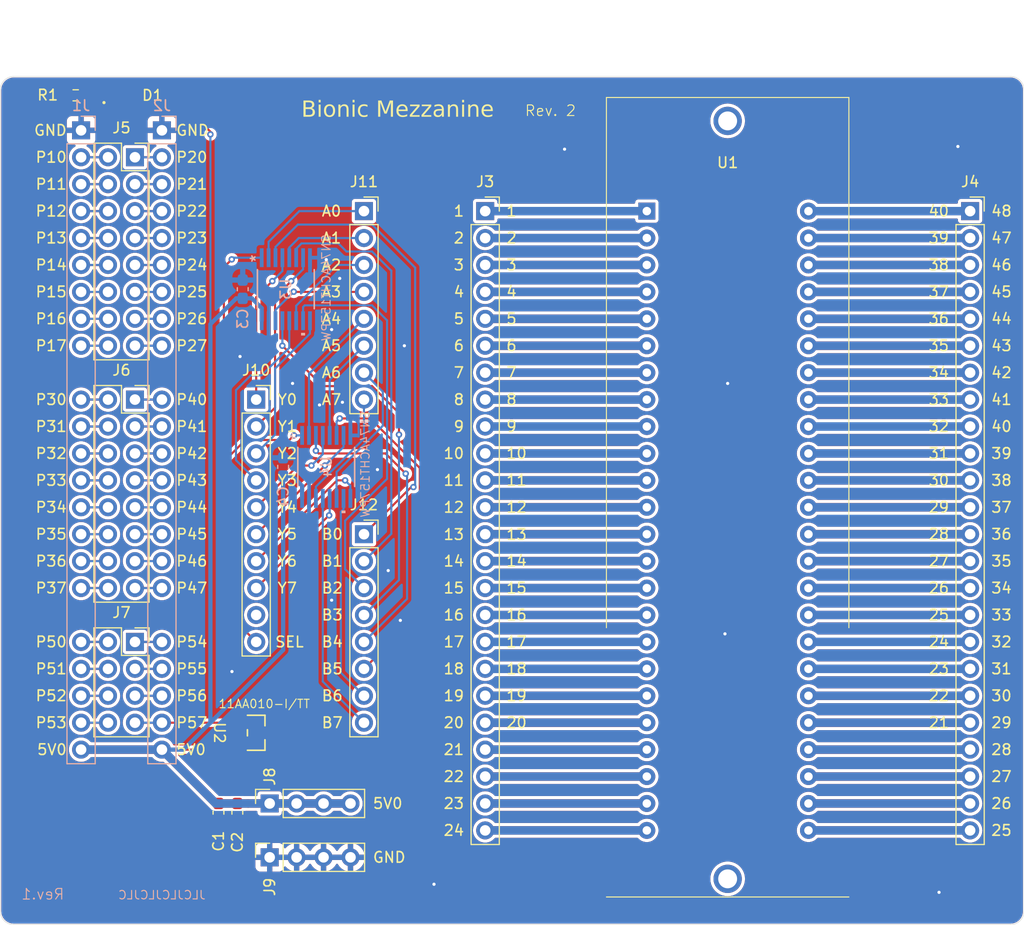
<source format=kicad_pcb>
(kicad_pcb (version 20240108) (generator "pcbnew") (generator_version "8.0")
  (title_block (title "BionicMezzanine") (date "2025-03-02") (rev "2"))
  (layers (0 "F.Cu" signal) (31 "B.Cu" signal) (34 "B.Paste" user) (35 "F.Paste" user) (36 "B.SilkS" user "B.Silkscreen") (37 "F.SilkS" user "F.Silkscreen") (38 "B.Mask" user) (39 "F.Mask" user) (44 "Edge.Cuts" user))
  (net 0 "")
  (net 1 "GND")
  (net 2 "VCC")
  (net 3 "Net-(D1-K)")
  (net 4 "Net-(J1-P51)")
  (net 5 "Net-(J1-P14)")
  (net 6 "Net-(J1-P15)")
  (net 7 "Net-(J1-P10)")
  (net 8 "Net-(J1-P31)")
  (net 9 "Net-(J1-P30)")
  (net 10 "Net-(J1-P36)")
  (net 11 "Net-(J1-P52)")
  (net 12 "Net-(J1-P53)")
  (net 13 "Net-(J1-P12)")
  (net 14 "Net-(J1-P11)")
  (net 15 "Net-(J1-P33)")
  (net 16 "Net-(J1-P50)")
  (net 17 "Net-(J1-P32)")
  (net 18 "Net-(J1-P37)")
  (net 19 "Net-(J1-P17)")
  (net 20 "Net-(J1-P16)")
  (net 21 "Net-(J1-P35)")
  (net 22 "Net-(J1-P34)")
  (net 23 "Net-(J1-P13)")
  (net 24 "/P27")
  (net 25 "/P23")
  (net 26 "/P45")
  (net 27 "/P56")
  (net 28 "/P54")
  (net 29 "/P26")
  (net 30 "/P20")
  (net 31 "/P47")
  (net 32 "/P43")
  (net 33 "/P24")
  (net 34 "/P55")
  (net 35 "/P42")
  (net 36 "/P40")
  (net 37 "/P21")
  (net 38 "/P44")
  (net 39 "/P22")
  (net 40 "/P25")
  (net 41 "/P41")
  (net 42 "/P46")
  (net 43 "/P57")
  (net 44 "Net-(J3-Pin_24)")
  (net 45 "Net-(J3-Pin_3)")
  (net 46 "Net-(J3-Pin_11)")
  (net 47 "Net-(J3-Pin_21)")
  (net 48 "Net-(J3-Pin_10)")
  (net 49 "Net-(J3-Pin_14)")
  (net 50 "Net-(J3-Pin_8)")
  (net 51 "Net-(J3-Pin_1)")
  (net 52 "Net-(J3-Pin_5)")
  (net 53 "Net-(J3-Pin_16)")
  (net 54 "Net-(J3-Pin_6)")
  (net 55 "Net-(J3-Pin_13)")
  (net 56 "Net-(J3-Pin_18)")
  (net 57 "Net-(J3-Pin_17)")
  (net 58 "Net-(J3-Pin_15)")
  (net 59 "Net-(J3-Pin_2)")
  (net 60 "Net-(J3-Pin_7)")
  (net 61 "Net-(J3-Pin_20)")
  (net 62 "Net-(J3-Pin_9)")
  (net 63 "Net-(J3-Pin_19)")
  (net 64 "Net-(J3-Pin_23)")
  (net 65 "Net-(J3-Pin_12)")
  (net 66 "Net-(J3-Pin_22)")
  (net 67 "Net-(J3-Pin_4)")
  (net 68 "Net-(J4-Pin_17)")
  (net 69 "Net-(J4-Pin_2)")
  (net 70 "Net-(J4-Pin_3)")
  (net 71 "Net-(J4-Pin_1)")
  (net 72 "Net-(J4-Pin_7)")
  (net 73 "Net-(J4-Pin_19)")
  (net 74 "Net-(J4-Pin_12)")
  (net 75 "Net-(J4-Pin_10)")
  (net 76 "Net-(J4-Pin_13)")
  (net 77 "Net-(J4-Pin_21)")
  (net 78 "Net-(J4-Pin_23)")
  (net 79 "Net-(J4-Pin_14)")
  (net 80 "Net-(J4-Pin_4)")
  (net 81 "Net-(J4-Pin_22)")
  (net 82 "Net-(J4-Pin_8)")
  (net 83 "Net-(J4-Pin_18)")
  (net 84 "Net-(J4-Pin_11)")
  (net 85 "Net-(J4-Pin_24)")
  (net 86 "Net-(J4-Pin_5)")
  (net 87 "Net-(J4-Pin_20)")
  (net 88 "Net-(J4-Pin_15)")
  (net 89 "Net-(J4-Pin_9)")
  (net 90 "Net-(J4-Pin_6)")
  (net 91 "Net-(J4-Pin_16)")
  (net 92 "Net-(J10-Pin_10)")
  (net 94 "Net-(J10-Pin_8)")
  (net 95 "/A.6")
  (net 96 "Net-(J11-Pin_1)")
  (net 97 "/A.5")
  (net 98 "/A.7")
  (net 99 "/A.4")
  (net 100 "Net-(J12-Pin_7)")
  (net 101 "Net-(J12-Pin_5)")
  (net 102 "Net-(J12-Pin_6)")
  (net 103 "Net-(J12-Pin_8)")
  (net 104 "/B.1")
  (net 105 "/B.0")
  (net 106 "Net-(J10-Pin_3)")
  (net 107 "Net-(J10-Pin_4)")
  (net 108 "Net-(J10-Pin_1)")
  (net 109 "Net-(J10-Pin_6)")
  (net 110 "Net-(J10-Pin_2)")
  (net 111 "Net-(J10-Pin_7)")
  (net 112 "Net-(J10-Pin_5)")
  (net 113 "/B.2")
  (net 114 "/B.3")
  (net 115 "Net-(J11-Pin_2)")
  (net 116 "Net-(J11-Pin_4)")
  (net 117 "Net-(J11-Pin_3)")
  (footprint "Capacitor_SMD:C_0603_1608Metric_Pad1.08x0.95mm_HandSolder" (layer "F.Cu") (at 84.074 102.4625 -90)
    (property "Reference" "C1")
    (property "Value" "0.1u")
  )
  (footprint "Connector_PinSocket_2.54mm:PinSocket_1x24_P2.54mm_Vertical" (layer "F.Cu") (at 154.94 45.72)
    (property "Reference" "J4")
    (property "Value" "Conn_01x24")
  )
  (footprint "Connector_PinSocket_2.54mm:PinSocket_1x04_P2.54mm_Vertical" (layer "F.Cu") (at 88.9 106.68 90)
    (property "Reference" "J9")
    (property "Value" "GND")
  )
  (footprint "Connector_PinSocket_2.54mm:PinSocket_2x04_P2.54mm_Vertical" (layer "F.Cu") (at 76.2 86.36)
    (property "Reference" "J7")
    (property "Value" "P5")
  )
  (footprint "Connector_PinSocket_2.54mm:PinSocket_1x04_P2.54mm_Vertical" (layer "F.Cu") (at 88.9 101.6 90)
    (property "Reference" "J8")
    (property "Value" "5V0")
  )
  (footprint "Connector_PinSocket_2.54mm:PinSocket_1x10_P2.54mm_Vertical" (layer "F.Cu") (at 87.63 63.5)
    (property "Reference" "J10")
    (property "Value" "Y0-7")
  )
  (footprint "Capacitor_SMD:C_0603_1608Metric_Pad1.08x0.95mm_HandSolder" (layer "F.Cu") (at 85.852 102.4625 -90)
    (property "Reference" "C2")
    (property "Value" "2.2u")
  )
  (footprint "Connector_PinSocket_2.54mm:PinSocket_1x08_P2.54mm_Vertical" (layer "F.Cu") (at 97.79 45.72)
    (property "Reference" "J11")
    (property "Value" "A0-7")
  )
  (footprint "Connector_PinSocket_2.54mm:PinSocket_1x24_P2.54mm_Vertical" (layer "F.Cu") (at 109.22 45.72)
    (property "Reference" "J3")
    (property "Value" "Conn_01x24")
  )
  (footprint "rhom:LED_CSL1901UW1_ROM-M" (layer "F.Cu") (at 74.93 34.798)
    (property "Reference" "D1")
    (property "Value" "CSL1901UW1")
  )
  (footprint "bionic:Aries_ZIF_socket_DIP-48-pin" (layer "F.Cu") (at 132.08 59.69)
    (property "Reference" "U1")
    (property "Value" "CPU" (hide yes))
  )
  (footprint "Connector_PinSocket_2.54mm:PinSocket_2x08_P2.54mm_Vertical" (layer "F.Cu") (at 76.2 63.5)
    (property "Reference" "J6")
    (property "Value" "P3P4")
  )
  (footprint "microchip:SOT-23_MC_MCH-M" (layer "F.Cu") (at 87.63 94.930001 -90)
    (property "Reference" "U2")
    (property "Value" "11AA010-I/TT")
  )
  (footprint "Connector_PinSocket_2.54mm:PinSocket_2x08_P2.54mm_Vertical" (layer "F.Cu") (at 76.2 40.64)
    (property "Reference" "J5")
    (property "Value" "P1P2")
  )
  (footprint "Resistor_SMD:R_0603_1608Metric_Pad0.98x0.95mm_HandSolder" (layer "F.Cu") (at 70.612 34.798 180)
    (property "Reference" "R1")
    (property "Value" "1.6k")
  )
  (footprint "Connector_PinSocket_2.54mm:PinSocket_1x08_P2.54mm_Vertical" (layer "F.Cu") (at 97.79 76.2)
    (property "Reference" "J12")
    (property "Value" "B0-7")
  )
  (footprint "ti:PW16-M" (layer "B.Cu") (at 94.234 69.85 -90)
    (property "Reference" "U4")
    (property "Value" "74AHCT157")
  )
  (footprint "bionic:Bionic-P135_THT" (layer "B.Cu") (at 71.12 38.1 180)
    (property "Reference" "J1")
    (property "Value" "Bionic-P135")
  )
  (footprint "ti:PW16-M" (layer "B.Cu") (at 90.424 53.086 -90)
    (property "Reference" "U3")
    (property "Value" "74AHCT157")
  )
  (footprint "bionic:Bionic-P245_THT" (layer "B.Cu") (at 78.74 38.1 180)
    (property "Reference" "J2")
    (property "Value" "Bionic-P245")
  )
  (footprint "Capacitor_SMD:C_0603_1608Metric_Pad1.08x0.95mm_HandSolder" (layer "B.Cu") (at 90.17 69.85 90)
    (property "Reference" "C4")
    (property "Value" "0.1u")
  )
  (footprint "Capacitor_SMD:C_0603_1608Metric_Pad1.08x0.95mm_HandSolder" (layer "B.Cu") (at 86.36 53.086 90)
    (property "Reference" "C3")
    (property "Value" "0.1u")
  )
  (gr_arc (start 63.5 34.29) (mid 63.871974 33.391974) (end 64.77 33.02) (stroke (width 0.05)) (layer "Edge.Cuts"))
  (gr_arc (start 160.02 111.76) (mid 159.648026 112.658026) (end 158.75 113.03) (stroke (width 0.05)) (layer "Edge.Cuts"))
  (gr_line (start 158.75 113.03) (end 64.77 113.03) (stroke (width 0.05)) (layer "Edge.Cuts"))
  (gr_line (start 63.5 111.76) (end 63.5 34.29) (stroke (width 0.05)) (layer "Edge.Cuts"))
  (gr_arc (start 64.77 113.03) (mid 63.871974 112.658026) (end 63.5 111.76) (stroke (width 0.05)) (layer "Edge.Cuts"))
  (gr_line (start 160.02 111.76) (end 160.02 34.29) (stroke (width 0.05)) (layer "Edge.Cuts"))
  (gr_arc (start 158.75 33.02) (mid 159.648026 33.391974) (end 160.02 34.29) (stroke (width 0.05)) (layer "Edge.Cuts"))
  (gr_line (start 64.77 33.02) (end 158.75 33.02) (stroke (width 0.05)) (layer "Edge.Cuts"))
  (gr_text "SN74ACHT157PW" (at 97.917 69.596 90) (layer "B.SilkS") (effects (font (size 0.8 0.8) (thickness 0.1)) (justify mirror)))
  (gr_text "JLCJLCJLCJLC" (at 78.74 110.236 -0) (layer "B.SilkS") (effects (font (size 0.8 0.8) (thickness 0.1)) (justify mirror)))
  (gr_text "Rev.1" (at 69.596 110.744 -0) (layer "B.SilkS") (effects (font (size 1 1) (thickness 0.1)) (justify left bottom mirror)))
  (gr_text "SN74ACHT157PW" (at 94.234 52.959 90) (layer "B.SilkS") (effects (font (size 0.8 0.8) (thickness 0.1)) (justify mirror)))
  (gr_text "4" (at 107.315 53.34 0) (layer "F.SilkS") (effects (font (size 1 1)) (justify right)))
  (gr_text "4" (at 111.125 53.34 0) (layer "F.SilkS") (effects (font (size 1 1)) (justify left)))
  (gr_text "29" (at 156.845 93.98 0) (layer "F.SilkS") (effects (font (size 1 1)) (justify left)))
  (gr_text "36" (at 153.035 55.88 0) (layer "F.SilkS") (effects (font (size 1 1)) (justify right)))
  (gr_text "P32" (at 69.85 68.58 0) (layer "F.SilkS") (effects (font (size 1 1)) (justify right)))
  (gr_text "P40" (at 80.01 63.5 0) (layer "F.SilkS") (effects (font (size 1 1)) (justify left)))
  (gr_text "P44" (at 80.01 73.66 0) (layer "F.SilkS") (effects (font (size 1 1)) (justify left)))
  (gr_text "6" (at 111.125 58.42 0) (layer "F.SilkS") (effects (font (size 1 1)) (justify left)))
  (gr_text "Y7" (at 91.567 81.28 0) (layer "F.SilkS") (effects (font (size 1 1)) (justify right)))
  (gr_text "P26" (at 80.01 55.88 0) (layer "F.SilkS") (effects (font (size 1 1)) (justify left)))
  (gr_text "8" (at 107.315 63.5 0) (layer "F.SilkS") (effects (font (size 1 1)) (justify right)))
  (gr_text "26" (at 153.044026 81.28 0) (layer "F.SilkS") (effects (font (size 1 1)) (justify right)))
  (gr_text "P30" (at 69.85 63.5 0) (layer "F.SilkS") (effects (font (size 1 1)) (justify right)))
  (gr_text "P50" (at 69.85 86.36 0) (layer "F.SilkS") (effects (font (size 1 1)) (justify right)))
  (gr_text "5V0" (at 80.01 96.52 0) (layer "F.SilkS") (effects (font (size 1 1)) (justify left)))
  (gr_text "SEL" (at 92.202 86.36 0) (layer "F.SilkS") (effects (font (size 1 1)) (justify right)))
  (gr_text "B7" (at 93.726 93.98 0) (layer "F.SilkS") (effects (font (size 1 1)) (justify left)))
  (gr_text "35" (at 153.035 58.42 0) (layer "F.SilkS") (effects (font (size 1 1)) (justify right)))
  (gr_text "5" (at 111.125 55.88 0) (layer "F.SilkS") (effects (font (size 1 1)) (justify left)))
  (gr_text "16" (at 111.125 83.82 0) (layer "F.SilkS") (effects (font (size 1 1)) (justify left)))
  (gr_text "P34" (at 69.85 73.66 0) (layer "F.SilkS") (effects (font (size 1 1)) (justify right)))
  (gr_text "14" (at 111.125 78.74 0) (layer "F.SilkS") (effects (font (size 1 1)) (justify left)))
  (gr_text "B0" (at 93.726 76.2 0) (layer "F.SilkS") (effects (font (size 1 1)) (justify left)))
  (gr_text "P25" (at 80.01 53.34 0) (layer "F.SilkS") (effects (font (size 1 1)) (justify left)))
  (gr_text "18" (at 107.315 88.9 0) (layer "F.SilkS") (effects (font (size 1 1)) (justify right)))
  (gr_text "P20" (at 80.01 40.64 0) (layer "F.SilkS") (effects (font (size 1 1)) (justify left)))
  (gr_text "P35" (at 69.85 76.2 0) (layer "F.SilkS") (effects (font (size 1 1)) (justify right)))
  (gr_text "P52" (at 69.85 91.44 0) (layer "F.SilkS") (effects (font (size 1 1)) (justify right)))
  (gr_text "46" (at 156.845 50.8 0) (layer "F.SilkS") (effects (font (size 1 1)) (justify left)))
  (gr_text "10" (at 107.315 68.58 0) (layer "F.SilkS") (effects (font (size 1 1)) (justify right)))
  (gr_text "3" (at 111.125 50.8 0) (layer "F.SilkS") (effects (font (size 1 1)) (justify left)))
  (gr_text "22" (at 107.315 99.06 0) (layer "F.SilkS") (effects (font (size 1 1)) (justify right)))
  (gr_text "27" (at 156.845 99.06 0) (layer "F.SilkS") (effects (font (size 1 1)) (justify left)))
  (gr_text "11" (at 111.125 71.12 0) (layer "F.SilkS") (effects (font (size 1 1)) (justify left)))
  (gr_text "25" (at 156.845 104.14 0) (layer "F.SilkS") (effects (font (size 1 1)) (justify left)))
  (gr_text "11AA010-I/TT" (at 88.392 92.202 0) (layer "F.SilkS") (effects (font (size 0.8 0.8) (thickness 0.1))))
  (gr_text "P57" (at 80.01 93.98 0) (layer "F.SilkS") (effects (font (size 1 1)) (justify left)))
  (gr_text "24" (at 153.044026 86.36 0) (layer "F.SilkS") (effects (font (size 1 1)) (justify right)))
  (gr_text "23" (at 153.044026 88.9 0) (layer "F.SilkS") (effects (font (size 1 1)) (justify right)))
  (gr_text "16" (at 107.315 83.82 0) (layer "F.SilkS") (effects (font (size 1 1)) (justify right)))
  (gr_text "P43" (at 80.01 71.12 0) (layer "F.SilkS") (effects (font (size 1 1)) (justify left)))
  (gr_text "43" (at 156.845 58.42 0) (layer "F.SilkS") (effects (font (size 1 1)) (justify left)))
  (gr_text "P14" (at 69.85 50.8 0) (layer "F.SilkS") (effects (font (size 1 1)) (justify right)))
  (gr_text "37" (at 153.035 53.34 0) (layer "F.SilkS") (effects (font (size 1 1)) (justify right)))
  (gr_text "33" (at 153.044026 63.5 0) (layer "F.SilkS") (effects (font (size 1 1)) (justify right)))
  (gr_text "Y4" (at 91.567 73.66 0) (layer "F.SilkS") (effects (font (size 1 1)) (justify right)))
  (gr_text "22" (at 153.044026 91.44 0) (layer "F.SilkS") (effects (font (size 1 1)) (justify right)))
  (gr_text "P37" (at 69.85 81.28 0) (layer "F.SilkS") (effects (font (size 1 1)) (justify right)))
  (gr_text "P11" (at 69.85 43.18 0) (layer "F.SilkS") (effects (font (size 1 1)) (justify right)))
  (gr_text "Y3" (at 91.567 71.12 0) (layer "F.SilkS") (effects (font (size 1 1)) (justify right)))
  (gr_text "P42" (at 80.01 68.58 0) (layer "F.SilkS") (effects (font (size 1 1)) (justify left)))
  (gr_text "P33" (at 69.85 71.12 0) (layer "F.SilkS") (effects (font (size 1 1)) (justify right)))
  (gr_text "P15" (at 69.85 53.34 0) (layer "F.SilkS") (effects (font (size 1 1)) (justify right)))
  (gr_text "13" (at 107.315 76.23 0) (layer "F.SilkS") (effects (font (size 1 1)) (justify right)))
  (gr_text "P36" (at 69.85 78.74 0) (layer "F.SilkS") (effects (font (size 1 1)) (justify right)))
  (gr_text "27" (at 153.044026 78.74 0) (layer "F.SilkS") (effects (font (size 1 1)) (justify right)))
  (gr_text "30" (at 153.044026 71.12 0) (layer "F.SilkS") (effects (font (size 1 1)) (justify right)))
  (gr_text "A6" (at 93.726 60.96 0) (layer "F.SilkS") (effects (font (size 1 1)) (justify left)))
  (gr_text "29" (at 153.044026 73.66 0) (layer "F.SilkS") (effects (font (size 1 1)) (justify right)))
  (gr_text "33" (at 156.845 83.82 0) (layer "F.SilkS") (effects (font (size 1 1)) (justify left)))
  (gr_text "26" (at 156.845 101.6 0) (layer "F.SilkS") (effects (font (size 1 1)) (justify left)))
  (gr_text "A3" (at 93.726 53.34 0) (layer "F.SilkS") (effects (font (size 1 1)) (justify left)))
  (gr_text "5V0" (at 98.552 101.6 0) (layer "F.SilkS") (effects (font (size 1 1)) (justify left)))
  (gr_text "1" (at 107.315 45.72 0) (layer "F.SilkS") (effects (font (size 1 1)) (justify right)))
  (gr_text "2" (at 107.315 48.26 0) (layer "F.SilkS") (effects (font (size 1 1)) (justify right)))
  (gr_text "20" (at 111.125 93.98 0) (layer "F.SilkS") (effects (font (size 1 1)) (justify left)))
  (gr_text "P45" (at 80.01 76.2 0) (layer "F.SilkS") (effects (font (size 1 1)) (justify left)))
  (gr_text "P47" (at 80.01 81.28 0) (layer "F.SilkS") (effects (font (size 1 1)) (justify left)))
  (gr_text "A5" (at 93.726 58.42 0) (layer "F.SilkS") (effects (font (size 1 1)) (justify left)))
  (gr_text "12" (at 107.315 73.66 0) (layer "F.SilkS") (effects (font (size 1 1)) (justify right)))
  (gr_text "40" (at 153.035 45.72 0) (layer "F.SilkS") (effects (font (size 1 1)) (justify right)))
  (gr_text "Rev. 2" (at 112.903 36.83 0) (layer "F.SilkS") (effects (font (size 1 1) (thickness 0.1)) (justify left bottom)))
  (gr_text "A2" (at 93.726 50.8 0) (layer "F.SilkS") (effects (font (size 1 1)) (justify left)))
  (gr_text "9" (at 107.315 66.04 0) (layer "F.SilkS") (effects (font (size 1 1)) (justify right)))
  (gr_text "17" (at 111.125 86.36 0) (layer "F.SilkS") (effects (font (size 1 1)) (justify left)))
  (gr_text "P55" (at 80.01 88.9 0) (layer "F.SilkS") (effects (font (size 1 1)) (justify left)))
  (gr_text "17" (at 107.315 86.36 0) (layer "F.SilkS") (effects (font (size 1 1)) (justify right)))
  (gr_text "B6" (at 93.726 91.44 0) (layer "F.SilkS") (effects (font (size 1 1)) (justify left)))
  (gr_text "19" (at 107.315 91.44 0) (layer "F.SilkS") (effects (font (size 1 1)) (justify right)))
  (gr_text "42" (at 156.845 60.96 0) (layer "F.SilkS") (effects (font (size 1 1)) (justify left)))
  (gr_text "5V0" (at 69.85 96.52 0) (layer "F.SilkS") (effects (font (size 1 1)) (justify right)))
  (gr_text "13" (at 111.125 76.23 0) (layer "F.SilkS") (effects (font (size 1 1)) (justify left)))
  (gr_text "25" (at 153.044026 83.82 0) (layer "F.SilkS") (effects (font (size 1 1)) (justify right)))
  (gr_text "2" (at 111.125 48.26 0) (layer "F.SilkS") (effects (font (size 1 1)) (justify left)))
  (gr_text "47" (at 156.845 48.26 0) (layer "F.SilkS") (effects (font (size 1 1)) (justify left)))
  (gr_text "38" (at 156.845 71.12 0) (layer "F.SilkS") (effects (font (size 1 1)) (justify left)))
  (gr_text "30" (at 156.845 91.44 0) (layer "F.SilkS") (effects (font (size 1 1)) (justify left)))
  (gr_text "Y0" (at 91.567 63.5 0) (layer "F.SilkS") (effects (font (size 1 1)) (justify right)))
  (gr_text "P41" (at 80.01 66.04 0) (layer "F.SilkS") (effects (font (size 1 1)) (justify left)))
  (gr_text "10" (at 111.125 68.58 0) (layer "F.SilkS") (effects (font (size 1 1)) (justify left)))
  (gr_text "6" (at 107.315 58.42 0) (layer "F.SilkS") (effects (font (size 1 1)) (justify right)))
  (gr_text "8" (at 111.125 63.5 0) (layer "F.SilkS") (effects (font (size 1 1)) (justify left)))
  (gr_text "32" (at 156.845 86.36 0) (layer "F.SilkS") (effects (font (size 1 1)) (justify left)))
  (gr_text "23" (at 107.315 101.6 0) (layer "F.SilkS") (effects (font (size 1 1)) (justify right)))
  (gr_text "Y1" (at 91.567 66.04 0) (layer "F.SilkS") (effects (font (size 1 1)) (justify right)))
  (gr_text "14" (at 107.315 78.74 0) (layer "F.SilkS") (effects (font (size 1 1)) (justify right)))
  (gr_text "Bionic Mezzanine" (at 100.965 36.195 0) (layer "F.SilkS") (effects (font (size 1.5 1.5) (thickness 0.1875))))
  (gr_text "Y6" (at 91.567 78.74 0) (layer "F.SilkS") (effects (font (size 1 1)) (justify right)))
  (gr_text "P24" (at 80.01 50.8 0) (layer "F.SilkS") (effects (font (size 1 1)) (justify left)))
  (gr_text "P16" (at 69.85 55.88 0) (layer "F.SilkS") (effects (font (size 1 1)) (justify right)))
  (gr_text "3" (at 107.315 50.8 0) (layer "F.SilkS") (effects (font (size 1 1)) (justify right)))
  (gr_text "P21" (at 80.01 43.18 0) (layer "F.SilkS") (effects (font (size 1 1)) (justify left)))
  (gr_text "48\n" (at 156.845 45.72 0) (layer "F.SilkS") (effects (font (size 1 1)) (justify left)))
  (gr_text "31" (at 153.044026 68.58 0) (layer "F.SilkS") (effects (font (size 1 1)) (justify right)))
  (gr_text "7" (at 111.125 60.96 0) (layer "F.SilkS") (effects (font (size 1 1)) (justify left)))
  (gr_text "32" (at 153.044026 66.04 0) (layer "F.SilkS") (effects (font (size 1 1)) (justify right)))
  (gr_text "P13" (at 69.85 48.26 0) (layer "F.SilkS") (effects (font (size 1 1)) (justify right)))
  (gr_text "B1" (at 93.726 78.74 0) (layer "F.SilkS") (effects (font (size 1 1)) (justify left)))
  (gr_text "12" (at 111.125 73.66 0) (layer "F.SilkS") (effects (font (size 1 1)) (justify left)))
  (gr_text "34" (at 156.845 81.28 0) (layer "F.SilkS") (effects (font (size 1 1)) (justify left)))
  (gr_text "P12" (at 69.85 45.72 0) (layer "F.SilkS") (effects (font (size 1 1)) (justify right)))
  (gr_text "44" (at 156.845 55.88 0) (layer "F.SilkS") (effects (font (size 1 1)) (justify left)))
  (gr_text "37" (at 156.845 73.66 0) (layer "F.SilkS") (effects (font (size 1 1)) (justify left)))
  (gr_text "34" (at 153.035 60.96 0) (layer "F.SilkS") (effects (font (size 1 1)) (justify right)))
  (gr_text "18" (at 111.125 88.9 0) (layer "F.SilkS") (effects (font (size 1 1)) (justify left)))
  (gr_text "5" (at 107.315 55.88 0) (layer "F.SilkS") (effects (font (size 1 1)) (justify right)))
  (gr_text "19" (at 111.125 91.44 0) (layer "F.SilkS") (effects (font (size 1 1)) (justify left)))
  (gr_text "P46" (at 80.01 78.74 0) (layer "F.SilkS") (effects (font (size 1 1)) (justify left)))
  (gr_text "P22" (at 80.01 45.72 0) (layer "F.SilkS") (effects (font (size 1 1)) (justify left)))
  (gr_text "P17" (at 69.85 58.42 0) (layer "F.SilkS") (effects (font (size 1 1)) (justify right)))
  (gr_text "A4" (at 93.726 55.88 0) (layer "F.SilkS") (effects (font (size 1 1)) (justify left)))
  (gr_text "15" (at 107.315 81.28 0) (layer "F.SilkS") (effects (font (size 1 1)) (justify right)))
  (gr_text "38" (at 153.035 50.8 0) (layer "F.SilkS") (effects (font (size 1 1)) (justify right)))
  (gr_text "B3" (at 93.726 83.82 0) (layer "F.SilkS") (effects (font (size 1 1)) (justify left)))
  (gr_text "35" (at 156.845 78.74 0) (layer "F.SilkS") (effects (font (size 1 1)) (justify left)))
  (gr_text "7" (at 107.315 60.96 0) (layer "F.SilkS") (effects (font (size 1 1)) (justify right)))
  (gr_text "1" (at 111.125 45.72 0) (layer "F.SilkS") (effects (font (size 1 1)) (justify left)))
  (gr_text "GND" (at 80.01 38.1 0) (layer "F.SilkS") (effects (font (size 1 1)) (justify left)))
  (gr_text "28" (at 156.845 96.52 0) (layer "F.SilkS") (effects (font (size 1 1)) (justify left)))
  (gr_text "B4" (at 93.726 86.36 0) (layer "F.SilkS") (effects (font (size 1 1)) (justify left)))
  (gr_text "36" (at 156.845 76.2 0) (layer "F.SilkS") (effects (font (size 1 1)) (justify left)))
  (gr_text "28" (at 153.044026 76.2 0) (layer "F.SilkS") (effects (font (size 1 1)) (justify right)))
  (gr_text "45" (at 156.845 53.34 0) (layer "F.SilkS") (effects (font (size 1 1)) (justify left)))
  (gr_text "Y2" (at 91.567 68.58 0) (layer "F.SilkS") (effects (font (size 1 1)) (justify right)))
  (gr_text "11" (at 107.315 71.12 0) (layer "F.SilkS") (effects (font (size 1 1)) (justify right)))
  (gr_text "GND" (at 69.85 38.1 0) (layer "F.SilkS") (effects (font (size 1 1)) (justify right)))
  (gr_text "20" (at 107.315 93.98 0) (layer "F.SilkS") (effects (font (size 1 1)) (justify right)))
  (gr_text "P54" (at 80.01 86.36 0) (layer "F.SilkS") (effects (font (size 1 1)) (justify left)))
  (gr_text "P23" (at 80.01 48.26 0) (layer "F.SilkS") (effects (font (size 1 1)) (justify left)))
  (gr_text "40" (at 156.845 66.04 0) (layer "F.SilkS") (effects (font (size 1 1)) (justify left)))
  (gr_text "39" (at 153.035 48.26 0) (layer "F.SilkS") (effects (font (size 1 1)) (justify right)))
  (gr_text "GND" (at 98.552 106.68 0) (layer "F.SilkS") (effects (font (size 1 1)) (justify left)))
  (gr_text "21" (at 107.315 96.52 0) (layer "F.SilkS") (effects (font (size 1 1)) (justify right)))
  (gr_text "P56" (at 80.01 91.44 0) (layer "F.SilkS") (effects (font (size 1 1)) (justify left)))
  (gr_text "P51" (at 69.85 88.9 0) (layer "F.SilkS") (effects (font (size 1 1)) (justify right)))
  (gr_text "P31" (at 69.85 66.04 0) (layer "F.SilkS") (effects (font (size 1 1)) (justify right)))
  (gr_text "41" (at 156.845 63.5 0) (layer "F.SilkS") (effects (font (size 1 1)) (justify left)))
  (gr_text "9" (at 111.125 66.04 0) (layer "F.SilkS") (effects (font (size 1 1)) (justify left)))
  (gr_text "Y5" (at 91.567 76.2 0) (layer "F.SilkS") (effects (font (size 1 1)) (justify right)))
  (gr_text "A1" (at 93.726 48.26 0) (layer "F.SilkS") (effects (font (size 1 1)) (justify left)))
  (gr_text "P53" (at 69.85 93.98 0) (layer "F.SilkS") (effects (font (size 1 1)) (justify right)))
  (gr_text "A7" (at 93.726 63.5 0) (layer "F.SilkS") (effects (font (size 1 1)) (justify left)))
  (gr_text "A0" (at 93.726 45.72 0) (layer "F.SilkS") (effects (font (size 1 1)) (justify left)))
  (gr_text "24" (at 107.315 104.14 0) (layer "F.SilkS") (effects (font (size 1 1)) (justify right)))
  (gr_text "15" (at 111.125 81.28 0) (layer "F.SilkS") (effects (font (size 1 1)) (justify left)))
  (gr_text "B5" (at 93.726 88.9 0) (layer "F.SilkS") (effects (font (size 1 1)) (justify left)))
  (gr_text "P10" (at 69.85 40.64 0) (layer "F.SilkS") (effects (font (size 1 1)) (justify right)))
  (gr_text "P27" (at 80.01 58.42 0) (layer "F.SilkS") (effects (font (size 1 1)) (justify left)))
  (gr_text "31" (at 156.845 88.9 0) (layer "F.SilkS") (effects (font (size 1 1)) (justify left)))
  (gr_text "39" (at 156.845 68.58 0) (layer "F.SilkS") (effects (font (size 1 1)) (justify left)))
  (gr_text "B2" (at 93.726 81.28 0) (layer "F.SilkS") (effects (font (size 1 1)) (justify left)))
  (gr_text "21" (at 153.044026 93.98 0) (layer "F.SilkS") (effects (font (size 1 1)) (justify right)))
  (via (at 94.234 50.292) (size 0.6) (drill 0.3) (layers "F.Cu" "B.Cu") (net 1))
  (via (at 152.009974 109.982) (size 0.6) (drill 0.3) (layers "F.Cu" "B.Cu") (net 1))
  (via (at 91.059 61.976) (size 0.6) (drill 0.3) (layers "F.Cu" "B.Cu") (net 1))
  (via (at 100.076 79.629) (size 0.6) (drill 0.3) (layers "F.Cu" "B.Cu") (net 1))
  (via (at 131.826 85.598) (size 0.6) (drill 0.3) (layers "F.Cu" "B.Cu") (net 1))
  (via (at 95.504 52.07) (size 0.6) (drill 0.3) (layers "F.Cu" "B.Cu") (net 1))
  (via (at 85.344 89.154) (size 0.6) (drill 0.3) (layers "F.Cu" "B.Cu") (net 1))
  (via (at 94.742 82.423) (size 0.6) (drill 0.3) (layers "F.Cu" "B.Cu") (net 1))
  (via (at 101.219 84.328) (size 0.6) (drill 0.3) (layers "F.Cu" "B.Cu") (net 1))
  (via (at 101.6 58.42) (size 0.6) (drill 0.3) (layers "F.Cu" "B.Cu") (net 1))
  (via (at 132.08 61.976) (size 0.6) (drill 0.3) (layers "F.Cu" "B.Cu") (net 1))
  (via (at 95.758 63.754) (size 0.6) (drill 0.3) (layers "F.Cu" "B.Cu") (net 1))
  (via (at 93.599 64.008) (size 0.6) (drill 0.3) (layers "F.Cu" "B.Cu") (net 1))
  (via (at 99.06 70.104) (size 0.6) (drill 0.3) (layers "F.Cu" "B.Cu") (net 1))
  (via (at 94.742 56.896) (size 0.6) (drill 0.3) (layers "F.Cu" "B.Cu") (net 1))
  (via (at 116.703974 39.878) (size 0.6) (drill 0.3) (layers "F.Cu" "B.Cu") (net 1))
  (via (at 86.106 59.436) (size 0.6) (drill 0.3) (layers "F.Cu" "B.Cu") (net 1))
  (via (at 153.787974 39.624) (size 0.6) (drill 0.3) (layers "F.Cu" "B.Cu") (net 1))
  (via (at 104.394 109.22) (size 0.6) (drill 0.3) (layers "F.Cu" "B.Cu") (net 1))
  (segment (start 79.883 34.798) (end 75.8063 34.798) (width 0.2) (layer "F.Cu") (net 2))
  (segment (start 83.312 38.481) (end 83.312 38.227) (width 0.2) (layer "F.Cu") (net 2))
  (segment (start 83.058 100.838) (end 78.74 96.52) (width 0.8) (layer "F.Cu") (net 2))
  (segment (start 85.221998 95.880002) (end 84.582 96.52) (width 0.2) (layer "F.Cu") (net 2))
  (segment (start 86.868 101.6) (end 83.82 101.6) (width 0.8) (layer "F.Cu") (net 2))
  (segment (start 83.82 101.6) (end 83.058 100.838) (width 0.8) (layer "F.Cu") (net 2))
  (segment (start 96.52 101.6) (end 86.868 101.6) (width 0.8) (layer "F.Cu") (net 2))
  (segment (start 84.582 96.52) (end 78.74 96.52) (width 0.2) (layer "F.Cu") (net 2))
  (segment (start 71.247 96.52) (end 78.867 96.52) (width 0.8) (layer "F.Cu") (net 2))
  (segment (start 83.312 38.227) (end 79.883 34.798) (width 0.2) (layer "F.Cu") (net 2))
  (segment (start 86.564 95.880002) (end 85.221998 95.880002) (width 0.2) (layer "F.Cu") (net 2))
  (via (at 83.312 38.481) (size 0.6) (drill 0.3) (layers "F.Cu" "B.Cu") (net 2))
  (segment (start 83.82 101.6) (end 78.74 96.52) (width 0.8) (layer "B.Cu") (net 2))
  (segment (start 83.312 56.388) (end 85.7515 53.9485) (width 0.4) (layer "B.Cu") (net 2))
  (segment (start 71.12 96.52) (end 78.74 96.52) (width 0.8) (layer "B.Cu") (net 2))
  (segment (start 91.0325 70.7125) (end 91.959001 71.639001) (width 0.4) (layer "B.Cu") (net 2))
  (segment (start 96.52 101.6) (end 83.82 101.6) (width 0.8) (layer "B.Cu") (net 2))
  (segment (start 78.74 96.52) (end 80.772 96.52) (width 0.4) (layer "B.Cu") (net 2))
  (segment (start 87.2225 53.9485) (end 88.149001 54.875001) (width 0.4) (layer "B.Cu") (net 2))
  (segment (start 83.312 93.98) (end 83.312 56.388) (width 0.4) (layer "B.Cu") (net 2))
  (segment (start 83.312 93.98) (end 90.17 87.122) (width 0.4) (layer "B.Cu") (net 2))
  (segment (start 83.312 38.481) (end 83.312 56.388) (width 0.2) (layer "B.Cu") (net 2))
  (segment (start 91.959001 71.639001) (end 91.959001 72.8218) (width 0.4) (layer "B.Cu") (net 2))
  (segment (start 90.17 70.7125) (end 91.0325 70.7125) (width 0.4) (layer "B.Cu") (net 2))
  (segment (start 80.772 96.52) (end 83.312 93.98) (width 0.4) (layer "B.Cu") (net 2))
  (segment (start 90.17 87.122) (end 90.17 70.7125) (width 0.4) (layer "B.Cu") (net 2))
  (segment (start 88.149001 54.875001) (end 88.149001 56.0578) (width 0.4) (layer "B.Cu") (net 2))
  (segment (start 85.7515 53.9485) (end 87.2225 53.9485) (width 0.4) (layer "B.Cu") (net 2))
  (segment (start 71.5245 34.798) (end 74.0537 34.798) (width 0.2) (layer "F.Cu") (net 3))
  (segment (start 73.66 88.9) (end 71.12 88.9) (width 0.2) (layer "F.Cu") (net 4))
  (segment (start 73.66 88.9) (end 71.12 88.9) (width 0.2) (layer "B.Cu") (net 4))
  (segment (start 71.12 50.8) (end 73.66 50.8) (width 0.2) (layer "F.Cu") (net 5))
  (segment (start 71.12 50.8) (end 73.66 50.8) (width 0.2) (layer "B.Cu") (net 5))
  (segment (start 73.66 53.34) (end 71.12 53.34) (width 0.2) (layer "F.Cu") (net 6))
  (segment (start 73.66 53.34) (end 71.12 53.34) (width 0.2) (layer "B.Cu") (net 6))
  (segment (start 71.12 40.64) (end 73.66 40.64) (width 0.2) (layer "F.Cu") (net 7))
  (segment (start 71.12 40.64) (end 73.66 40.64) (width 0.2) (layer "B.Cu") (net 7))
  (segment (start 71.12 66.04) (end 73.66 66.04) (width 0.2) (layer "F.Cu") (net 8))
  (segment (start 71.12 66.04) (end 73.66 66.04) (width 0.2) (layer "B.Cu") (net 8))
  (segment (start 73.66 63.5) (end 71.12 63.5) (width 0.2) (layer "F.Cu") (net 9))
  (segment (start 73.66 63.5) (end 71.12 63.5) (width 0.2) (layer "B.Cu") (net 9))
  (segment (start 71.12 78.74) (end 73.66 78.74) (width 0.2) (layer "F.Cu") (net 10))
  (segment (start 71.12 78.74) (end 73.66 78.74) (width 0.2) (layer "B.Cu") (net 10))
  (segment (start 71.12 91.44) (end 73.66 91.44) (width 0.2) (layer "F.Cu") (net 11))
  (segment (start 71.12 91.44) (end 73.66 91.44) (width 0.2) (layer "B.Cu") (net 11))
  (segment (start 73.66 93.98) (end 71.12 93.98) (width 0.2) (layer "F.Cu") (net 12))
  (segment (start 73.66 93.98) (end 71.12 93.98) (width 0.2) (layer "B.Cu") (net 12))
  (segment (start 71.12 45.72) (end 73.66 45.72) (width 0.2) (layer "F.Cu") (net 13))
  (segment (start 71.12 45.72) (end 73.66 45.72) (width 0.2) (layer "B.Cu") (net 13))
  (segment (start 73.66 43.18) (end 71.12 43.18) (width 0.2) (layer "F.Cu") (net 14))
  (segment (start 73.66 43.18) (end 71.12 43.18) (width 0.2) (layer "B.Cu") (net 14))
  (segment (start 73.66 71.12) (end 71.12 71.12) (width 0.2) (layer "F.Cu") (net 15))
  (segment (start 73.66 71.12) (end 71.12 71.12) (width 0.2) (layer "B.Cu") (net 15))
  (segment (start 71.12 86.36) (end 73.66 86.36) (width 0.2) (layer "F.Cu") (net 16))
  (segment (start 71.12 86.36) (end 73.66 86.36) (width 0.2) (layer "B.Cu") (net 16))
  (segment (start 71.12 68.58) (end 73.66 68.58) (width 0.2) (layer "F.Cu") (net 17))
  (segment (start 71.12 68.58) (end 73.66 68.58) (width 0.2) (layer "B.Cu") (net 17))
  (segment (start 73.66 81.28) (end 71.12 81.28) (width 0.2) (layer "F.Cu") (net 18))
  (segment (start 73.66 81.28) (end 71.12 81.28) (width 0.2) (layer "B.Cu") (net 18))
  (segment (start 73.66 58.42) (end 71.12 58.42) (width 0.2) (layer "F.Cu") (net 19))
  (segment (start 73.66 58.42) (end 71.12 58.42) (width 0.2) (layer "B.Cu") (net 19))
  (segment (start 71.12 55.88) (end 73.66 55.88) (width 0.2) (layer "F.Cu") (net 20))
  (segment (start 71.12 55.88) (end 73.66 55.88) (width 0.2) (layer "B.Cu") (net 20))
  (segment (start 73.66 76.2) (end 71.12 76.2) (width 0.2) (layer "F.Cu") (net 21))
  (segment (start 73.66 76.2) (end 71.12 76.2) (width 0.2) (layer "B.Cu") (net 21))
  (segment (start 71.12 73.66) (end 73.66 73.66) (width 0.2) (layer "F.Cu") (net 22))
  (segment (start 71.12 73.66) (end 73.66 73.66) (width 0.2) (layer "B.Cu") (net 22))
  (segment (start 73.66 48.26) (end 71.12 48.26) (width 0.2) (layer "F.Cu") (net 23))
  (segment (start 73.66 48.26) (end 71.12 48.26) (width 0.2) (layer "B.Cu") (net 23))
  (segment (start 78.74 58.42) (end 76.2 58.42) (width 0.2) (layer "F.Cu") (net 24))
  (segment (start 78.74 58.42) (end 76.2 58.42) (width 0.2) (layer "B.Cu") (net 24))
  (segment (start 78.74 48.26) (end 76.2 48.26) (width 0.2) (layer "F.Cu") (net 25))
  (segment (start 78.74 48.26) (end 76.2 48.26) (width 0.2) (layer "B.Cu") (net 25))
  (segment (start 78.74 76.2) (end 76.2 76.2) (width 0.2) (layer "F.Cu") (net 26))
  (segment (start 78.74 76.2) (end 76.2 76.2) (width 0.2) (layer "B.Cu") (net 26))
  (segment (start 78.74 91.44) (end 76.2 91.44) (width 0.2) (layer "F.Cu") (net 27))
  (segment (start 78.74 91.44) (end 76.2 91.44) (width 0.2) (layer "B.Cu") (net 27))
  (segment (start 78.74 86.36) (end 76.2 86.36) (width 0.2) (layer "F.Cu") (net 28))
  (segment (start 78.74 86.36) (end 76.2 86.36) (width 0.2) (layer "B.Cu") (net 28))
  (segment (start 76.2 55.88) (end 78.74 55.88) (width 0.2) (layer "F.Cu") (net 29))
  (segment (start 76.2 55.88) (end 78.74 55.88) (width 0.2) (layer "B.Cu") (net 29))
  (segment (start 76.2 40.64) (end 78.74 40.64) (width 0.2) (layer "F.Cu") (net 30))
  (segment (start 76.2 40.64) (end 78.74 40.64) (width 0.2) (layer "B.Cu") (net 30))
  (segment (start 78.74 81.28) (end 76.2 81.28) (width 0.2) (layer "F.Cu") (net 31))
  (segment (start 78.74 81.28) (end 76.2 81.28) (width 0.2) (layer "B.Cu") (net 31))
  (segment (start 78.74 71.12) (end 76.2 71.12) (width 0.2) (layer "F.Cu") (net 32))
  (segment (start 78.74 71.12) (end 76.2 71.12) (width 0.2) (layer "B.Cu") (net 32))
  (segment (start 76.2 50.8) (end 78.74 50.8) (width 0.2) (layer "F.Cu") (net 33))
  (segment (start 76.2 50.8) (end 78.74 50.8) (width 0.2) (layer "B.Cu") (net 33))
  (segment (start 76.2 88.9) (end 78.74 88.9) (width 0.2) (layer "F.Cu") (net 34))
  (segment (start 76.2 88.9) (end 78.74 88.9) (width 0.2) (layer "B.Cu") (net 34))
  (segment (start 76.2 68.58) (end 78.74 68.58) (width 0.2) (layer "F.Cu") (net 35))
  (segment (start 76.2 68.58) (end 78.74 68.58) (width 0.2) (layer "B.Cu") (net 35))
  (segment (start 76.2 63.5) (end 78.74 63.5) (width 0.2) (layer "F.Cu") (net 36))
  (segment (start 76.2 63.5) (end 78.74 63.5) (width 0.2) (layer "B.Cu") (net 36))
  (segment (start 78.74 43.18) (end 76.2 43.18) (width 0.2) (layer "F.Cu") (net 37))
  (segment (start 78.74 43.18) (end 76.2 43.18) (width 0.2) (layer "B.Cu") (net 37))
  (segment (start 76.2 73.66) (end 78.74 73.66) (width 0.2) (layer "F.Cu") (net 38))
  (segment (start 76.2 73.66) (end 78.74 73.66) (width 0.2) (layer "B.Cu") (net 38))
  (segment (start 76.2 45.72) (end 78.74 45.72) (width 0.2) (layer "F.Cu") (net 39))
  (segment (start 76.2 45.72) (end 78.74 45.72) (width 0.2) (layer "B.Cu") (net 39))
  (segment (start 78.74 53.34) (end 76.2 53.34) (width 0.2) (layer "F.Cu") (net 40))
  (segment (start 78.74 53.34) (end 76.2 53.34) (width 0.2) (layer "B.Cu") (net 40))
  (segment (start 78.74 66.04) (end 76.2 66.04) (width 0.2) (layer "F.Cu") (net 41))
  (segment (start 78.74 66.04) (end 76.2 66.04) (width 0.2) (layer "B.Cu") (net 41))
  (segment (start 76.2 78.74) (end 78.74 78.74) (width 0.2) (layer "F.Cu") (net 42))
  (segment (start 76.2 78.74) (end 78.74 78.74) (width 0.2) (layer "B.Cu") (net 42))
  (segment (start 76.2 93.98) (end 78.74 93.98) (width 0.2) (layer "F.Cu") (net 43))
  (segment (start 86.564 93.98) (end 78.74 93.98) (width 0.2) (layer "F.Cu") (net 43))
  (segment (start 76.2 93.98) (end 78.74 93.98) (width 0.2) (layer "B.Cu") (net 43))
  (segment (start 124.46 104.14) (end 109.22 104.14) (width 0.8) (layer "F.Cu") (net 44))
  (segment (start 124.46 104.14) (end 109.22 104.14) (width 0.8) (layer "B.Cu") (net 44))
  (segment (start 109.22 50.8) (end 124.46 50.8) (width 0.8) (layer "F.Cu") (net 45))
  (segment (start 109.22 50.8) (end 124.46 50.8) (width 0.8) (layer "B.Cu") (net 45))
  (segment (start 109.22 71.12) (end 124.46 71.12) (width 0.8) (layer "F.Cu") (net 46))
  (segment (start 109.22 71.12) (end 124.46 71.12) (width 0.8) (layer "B.Cu") (net 46))
  (segment (start 109.22 96.52) (end 124.46 96.52) (width 0.8) (layer "F.Cu") (net 47))
  (segment (start 109.22 96.52) (end 124.46 96.52) (width 0.8) (layer "B.Cu") (net 47))
  (segment (start 124.46 68.58) (end 109.22 68.58) (width 0.8) (layer "F.Cu") (net 48))
  (segment (start 124.46 68.58) (end 109.22 68.58) (width 0.8) (layer "B.Cu") (net 48))
  (segment (start 124.46 78.74) (end 109.22 78.74) (width 0.8) (layer "F.Cu") (net 49))
  (segment (start 124.46 78.74) (end 109.22 78.74) (width 0.8) (layer "B.Cu") (net 49))
  (segment (start 124.46 63.5) (end 109.22 63.5) (width 0.8) (layer "F.Cu") (net 50))
  (segment (start 124.46 63.5) (end 109.22 63.5) (width 0.8) (layer "B.Cu") (net 50))
  (segment (start 109.22 45.72) (end 124.46 45.72) (width 0.8) (layer "F.Cu") (net 51))
  (segment (start 109.22 45.72) (end 124.46 45.72) (width 0.8) (layer "B.Cu") (net 51))
  (segment (start 109.22 55.88) (end 124.46 55.88) (width 0.8) (layer "F.Cu") (net 52))
  (segment (start 109.22 55.88) (end 124.46 55.88) (width 0.8) (layer "B.Cu") (net 52))
  (segment (start 124.46 83.82) (end 109.22 83.82) (width 0.8) (layer "F.Cu") (net 53))
  (segment (start 124.46 83.82) (end 109.22 83.82) (width 0.8) (layer "B.Cu") (net 53))
  (segment (start 124.46 58.42) (end 109.22 58.42) (width 0.8) (layer "F.Cu") (net 54))
  (segment (start 124.46 58.42) (end 109.22 58.42) (width 0.8) (layer "B.Cu") (net 54))
  (segment (start 109.22 76.2) (end 124.46 76.2) (width 0.8) (layer "F.Cu") (net 55))
  (segment (start 109.22 76.2) (end 124.46 76.2) (width 0.8) (layer "B.Cu") (net 55))
  (segment (start 124.46 88.9) (end 109.22 88.9) (width 0.8) (layer "F.Cu") (net 56))
  (segment (start 124.46 88.9) (end 109.22 88.9) (width 0.8) (layer "B.Cu") (net 56))
  (segment (start 109.22 86.36) (end 124.46 86.36) (width 0.8) (layer "F.Cu") (net 57))
  (segment (start 109.22 86.36) (end 124.46 86.36) (width 0.8) (layer "B.Cu") (net 57))
  (segment (start 109.22 81.28) (end 124.46 81.28) (width 0.8) (layer "F.Cu") (net 58))
  (segment (start 109.22 81.28) (end 124.46 81.28) (width 0.8) (layer "B.Cu") (net 58))
  (segment (start 124.46 48.26) (end 109.22 48.26) (width 0.8) (layer "F.Cu") (net 59))
  (segment (start 124.46 48.26) (end 109.22 48.26) (width 0.8) (layer "B.Cu") (net 59))
  (segment (start 109.22 60.96) (end 124.46 60.96) (width 0.8) (layer "F.Cu") (net 60))
  (segment (start 109.22 60.96) (end 124.46 60.96) (width 0.8) (layer "B.Cu") (net 60))
  (segment (start 124.46 93.98) (end 109.22 93.98) (width 0.8) (layer "F.Cu") (net 61))
  (segment (start 124.46 93.98) (end 109.22 93.98) (width 0.8) (layer "B.Cu") (net 61))
  (segment (start 109.22 66.04) (end 124.46 66.04) (width 0.8) (layer "F.Cu") (net 62))
  (segment (start 109.22 66.04) (end 124.46 66.04) (width 0.8) (layer "B.Cu") (net 62))
  (segment (start 109.22 91.44) (end 124.46 91.44) (width 0.8) (layer "F.Cu") (net 63))
  (segment (start 109.22 91.44) (end 124.46 91.44) (width 0.8) (layer "B.Cu") (net 63))
  (segment (start 109.22 101.6) (end 124.46 101.6) (width 0.8) (layer "F.Cu") (net 64))
  (segment (start 109.22 101.6) (end 124.46 101.6) (width 0.8) (layer "B.Cu") (net 64))
  (segment (start 124.46 73.66) (end 109.22 73.66) (width 0.8) (layer "F.Cu") (net 65))
  (segment (start 124.46 73.66) (end 109.22 73.66) (width 0.8) (layer "B.Cu") (net 65))
  (segment (start 124.46 99.06) (end 109.22 99.06) (width 0.8) (layer "F.Cu") (net 66))
  (segment (start 124.46 99.06) (end 109.22 99.06) (width 0.8) (layer "B.Cu") (net 66))
  (segment (start 124.46 53.34) (end 109.22 53.34) (width 0.8) (layer "F.Cu") (net 67))
  (segment (start 124.46 53.34) (end 109.22 53.34) (width 0.8) (layer "B.Cu") (net 67))
  (segment (start 139.7 86.36) (end 154.94 86.36) (width 0.8) (layer "F.Cu") (net 68))
  (segment (start 139.7 86.36) (end 154.94 86.36) (width 0.8) (layer "B.Cu") (net 68))
  (segment (start 154.94 48.26) (end 139.7 48.26) (width 0.8) (layer "F.Cu") (net 69))
  (segment (start 154.94 48.26) (end 139.7 48.26) (width 0.8) (layer "B.Cu") (net 69))
  (segment (start 139.7 50.8) (end 154.94 50.8) (width 0.8) (layer "F.Cu") (net 70))
  (segment (start 139.7 50.8) (end 154.94 50.8) (width 0.8) (layer "B.Cu") (net 70))
  (segment (start 139.7 45.72) (end 154.94 45.72) (width 0.8) (layer "F.Cu") (net 71))
  (segment (start 139.7 45.72) (end 154.94 45.72) (width 0.8) (layer "B.Cu") (net 71))
  (segment (start 139.7 60.96) (end 154.94 60.96) (width 0.8) (layer "F.Cu") (net 72))
  (segment (start 139.7 60.96) (end 154.94 60.96) (width 0.8) (layer "B.Cu") (net 72))
  (segment (start 139.7 91.44) (end 154.94 91.44) (width 0.8) (layer "F.Cu") (net 73))
  (segment (start 139.7 91.44) (end 154.94 91.44) (width 0.8) (layer "B.Cu") (net 73))
  (segment (start 154.94 73.66) (end 139.7 73.66) (width 0.8) (layer "F.Cu") (net 74))
  (segment (start 154.94 73.66) (end 139.7 73.66) (width 0.8) (layer "B.Cu") (net 74))
  (segment (start 154.94 68.58) (end 139.7 68.58) (width 0.8) (layer "F.Cu") (net 75))
  (segment (start 154.94 68.58) (end 139.7 68.58) (width 0.8) (layer "B.Cu") (net 75))
  (segment (start 154.94 76.2) (end 139.7 76.2) (width 0.8) (layer "F.Cu") (net 76))
  (segment (start 154.94 76.2) (end 139.7 76.2) (width 0.8) (layer "B.Cu") (net 76))
  (segment (start 139.7 96.52) (end 154.94 96.52) (width 0.8) (layer "F.Cu") (net 77))
  (segment (start 139.7 96.52) (end 154.94 96.52) (width 0.8) (layer "B.Cu") (net 77))
  (segment (start 139.7 101.6) (end 154.94 101.6) (width 0.8) (layer "F.Cu") (net 78))
  (segment (start 139.7 101.6) (end 154.94 101.6) (width 0.8) (layer "B.Cu") (net 78))
  (segment (start 154.94 78.74) (end 139.7 78.74) (width 0.8) (layer "F.Cu") (net 79))
  (segment (start 154.94 78.74) (end 139.7 78.74) (width 0.8) (layer "B.Cu") (net 79))
  (segment (start 154.94 53.34) (end 139.7 53.34) (width 0.8) (layer "F.Cu") (net 80))
  (segment (start 154.94 53.34) (end 139.7 53.34) (width 0.8) (layer "B.Cu") (net 80))
  (segment (start 154.94 99.06) (end 139.7 99.06) (width 0.8) (layer "F.Cu") (net 81))
  (segment (start 154.94 99.06) (end 139.7 99.06) (width 0.8) (layer "B.Cu") (net 81))
  (segment (start 154.94 63.5) (end 139.7 63.5) (width 0.8) (layer "F.Cu") (net 82))
  (segment (start 154.94 63.5) (end 139.7 63.5) (width 0.8) (layer "B.Cu") (net 82))
  (segment (start 154.94 88.9) (end 139.7 88.9) (width 0.8) (layer "F.Cu") (net 83))
  (segment (start 154.94 88.9) (end 139.7 88.9) (width 0.8) (layer "B.Cu") (net 83))
  (segment (start 139.7 71.12) (end 154.94 71.12) (width 0.8) (layer "F.Cu") (net 84))
  (segment (start 139.7 71.12) (end 154.94 71.12) (width 0.8) (layer "B.Cu") (net 84))
  (segment (start 154.94 104.14) (end 139.7 104.14) (width 0.8) (layer "F.Cu") (net 85))
  (segment (start 154.94 104.14) (end 139.7 104.14) (width 0.8) (layer "B.Cu") (net 85))
  (segment (start 139.7 55.88) (end 154.94 55.88) (width 0.8) (layer "F.Cu") (net 86))
  (segment (start 139.7 55.88) (end 154.94 55.88) (width 0.8) (layer "B.Cu") (net 86))
  (segment (start 154.94 93.98) (end 139.7 93.98) (width 0.8) (layer "F.Cu") (net 87))
  (segment (start 154.94 93.98) (end 139.7 93.98) (width 0.8) (layer "B.Cu") (net 87))
  (segment (start 139.7 81.28) (end 154.94 81.28) (width 0.8) (layer "F.Cu") (net 88))
  (segment (start 139.7 81.28) (end 154.94 81.28) (width 0.8) (layer "B.Cu") (net 88))
  (segment (start 139.7 66.04) (end 154.94 66.04) (width 0.8) (layer "F.Cu") (net 89))
  (segment (start 139.7 66.04) (end 154.94 66.04) (width 0.8) (layer "B.Cu") (net 89))
  (segment (start 154.94 58.42) (end 139.7 58.42) (width 0.8) (layer "F.Cu") (net 90))
  (segment (start 154.94 58.42) (end 139.7 58.42) (width 0.8) (layer "B.Cu") (net 90))
  (segment (start 154.94 83.82) (end 139.7 83.82) (width 0.8) (layer "F.Cu") (net 91))
  (segment (start 154.94 83.82) (end 139.7 83.82) (width 0.8) (layer "B.Cu") (net 91))
  (segment (start 90.7542 67.31) (end 86.614 67.31) (width 0.2) (layer "F.Cu") (net 92))
  (segment (start 91.186 66.8782) (end 90.7542 67.31) (width 0.2) (layer "F.Cu") (net 92))
  (segment (start 85.32445 50.27245) (end 84.582 51.0149) (width 0.2) (layer "F.Cu") (net 92))
  (segment (start 84.582 69.85) (end 84.582 83.312) (width 0.2) (layer "F.Cu") (net 92))
  (segment (start 84.582 51.0149) (end 84.582 69.85) (width 0.2) (layer "F.Cu") (net 92))
  (segment (start 84.582 83.312) (end 87.63 86.36) (width 0.2) (layer "F.Cu") (net 92))
  (segment (start 86.614 67.31) (end 84.582 69.342) (width 0.2) (layer "F.Cu") (net 92))
  (via (at 91.186 66.8782) (size 0.6) (drill 0.3) (layers "F.Cu" "B.Cu") (net 92))
  (via (at 85.32445 50.27245) (size 0.6) (drill 0.3) (layers "F.Cu" "B.Cu") (net 92))
  (segment (start 85.4827 50.1142) (end 88.149 50.1142) (width 0.2) (layer "B.Cu") (net 92))
  (segment (start 85.32445 50.27245) (end 85.4827 50.1142) (width 0.2) (layer "B.Cu") (net 92))
  (segment (start 91.186 66.8782) (end 91.959 66.8782) (width 0.2) (layer "B.Cu") (net 92))
  (segment (start 94.488 74.422) (end 87.63 81.28) (width 0.2) (layer "F.Cu") (net 94))
  (segment (start 94.509 74.422) (end 94.488 74.422) (width 0.2) (layer "F.Cu") (net 94))
  (via (at 94.509 74.422) (size 0.6) (drill 0.3) (layers "F.Cu" "B.Cu") (net 94))
  (segment (start 94.509 74.422) (end 94.559 74.372) (width 0.2) (layer "B.Cu") (net 94))
  (segment (start 94.559 74.372) (end 94.559 72.8218) (width 0.2) (layer "B.Cu") (net 94))
  (segment (start 99.568 65.970686) (end 99.568 62.738) (width 0.2) (layer "B.Cu") (net 95))
  (segment (start 99.568 62.738) (end 97.79 60.96) (width 0.2) (layer "B.Cu") (net 95))
  (segment (start 95.209 72.8218) (end 95.209 70.329686) (width 0.2) (layer "B.Cu") (net 95))
  (segment (start 95.209 70.329686) (end 99.568 65.970686) (width 0.2) (layer "B.Cu") (net 95))
  (segment (start 88.799 48.615) (end 88.799 50.1142) (width 0.2) (layer "B.Cu") (net 96))
  (segment (start 91.694 45.72) (end 88.799 48.615) (width 0.2) (layer "B.Cu") (net 96))
  (segment (start 97.79 45.72) (end 91.694 45.72) (width 0.2) (layer "B.Cu") (net 96))
  (segment (start 94.559 66.8782) (end 94.559 61.651) (width 0.2) (layer "B.Cu") (net 97))
  (segment (start 94.559 61.651) (end 97.79 58.42) (width 0.2) (layer "B.Cu") (net 97))
  (segment (start 97.79 67.183) (end 97.79 63.5) (width 0.2) (layer "B.Cu") (net 98))
  (segment (start 93.259 72.8218) (end 93.259 71.714) (width 0.2) (layer "B.Cu") (net 98))
  (segment (start 93.259 71.714) (end 97.79 67.183) (width 0.2) (layer "B.Cu") (net 98))
  (segment (start 97.79 55.88) (end 92.609 61.061) (width 0.2) (layer "B.Cu") (net 99))
  (segment (start 92.609 61.061) (end 92.609 66.8782) (width 0.2) (layer "B.Cu") (net 99))
  (segment (start 95.612 74.085599) (end 95.859 73.838599) (width 0.2) (layer "B.Cu") (net 100))
  (segment (start 95.859 73.838599) (end 95.859 72.8218) (width 0.2) (layer "B.Cu") (net 100))
  (segment (start 95.612 89.262) (end 95.612 74.085599) (width 0.2) (layer "B.Cu") (net 100))
  (segment (start 97.79 91.44) (end 95.612 89.262) (width 0.2) (layer "B.Cu") (net 100))
  (segment (start 101.727 70.485) (end 99.822 68.58) (width 0.2) (layer "F.Cu") (net 101))
  (segment (start 99.822 68.58) (end 93.513 68.58) (width 0.2) (layer "F.Cu") (net 101))
  (segment (start 93.513 68.58) (end 93.259 68.326) (width 0.2) (layer "F.Cu") (net 101))
  (via (at 93.259 68.326) (size 0.6) (drill 0.3) (layers "F.Cu" "B.Cu") (net 101))
  (via (at 101.727 70.485) (size 0.6) (drill 0.3) (layers "F.Cu" "B.Cu") (net 101))
  (segment (start 93.259 68.326) (end 93.259 66.8782) (width 0.2) (layer "B.Cu") (net 101))
  (segment (start 101.854 70.612) (end 101.854 82.296) (width 0.2) (layer "B.Cu") (net 101))
  (segment (start 101.727 70.485) (end 101.854 70.612) (width 0.2) (layer "B.Cu") (net 101))
  (segment (start 101.854 82.296) (end 97.79 86.36) (width 0.2) (layer "B.Cu") (net 101))
  (segment (start 103.054 83.636) (end 97.79 88.9) (width 0.2) (layer "F.Cu") (net 102))
  (segment (start 103.054 69.947471) (end 103.054 83.636) (width 0.2) (layer "F.Cu") (net 102))
  (segment (start 98.384529 65.278) (end 103.054 69.947471) (width 0.2) (layer "F.Cu") (net 102))
  (segment (start 95.504 65.278) (end 98.384529 65.278) (width 0.2) (layer "F.Cu") (net 102))
  (via (at 95.504 65.278) (size 0.6) (drill 0.3) (layers "F.Cu" "B.Cu") (net 102))
  (segment (start 95.209 65.573) (end 95.209 66.8782) (width 0.2) (layer "B.Cu") (net 102))
  (segment (start 95.504 65.278) (end 95.209 65.573) (width 0.2) (layer "B.Cu") (net 102))
  (segment (start 97.79 93.98) (end 93.909 90.099) (width 0.2) (layer "B.Cu") (net 103))
  (segment (start 93.909 90.099) (end 93.909 72.8218) (width 0.2) (layer "B.Cu") (net 103))
  (segment (start 97.79 78.74) (end 100.368 76.162) (width 0.2) (layer "B.Cu") (net 104))
  (segment (start 95.377 48.768) (end 91.9017 48.768) (width 0.2) (layer "B.Cu") (net 104))
  (segment (start 100.368 51.346) (end 98.552 49.53) (width 0.2) (layer "B.Cu") (net 104))
  (segment (start 91.399 49.2707) (end 91.399 50.1142) (width 0.2) (layer "B.Cu") (net 104))
  (segment (start 100.368 76.162) (end 100.368 51.346) (width 0.2) (layer "B.Cu") (net 104))
  (segment (start 98.552 49.53) (end 96.139 49.53) (width 0.2) (layer "B.Cu") (net 104))
  (segment (start 96.139 49.53) (end 95.377 48.768) (width 0.2) (layer "B.Cu") (net 104))
  (segment (start 91.9017 48.768) (end 91.399 49.2707) (width 0.2) (layer "B.Cu") (net 104))
  (segment (start 102.454 71.755) (end 102.235 71.755) (width 0.2) (layer "F.Cu") (net 105))
  (segment (start 102.235 71.755) (end 97.79 76.2) (width 0.2) (layer "F.Cu") (net 105))
  (via (at 102.454 71.755) (size 0.6) (drill 0.3) (layers "F.Cu" "B.Cu") (net 105))
  (segment (start 102.616 51.054) (end 98.552 46.99) (width 0.2) (layer "B.Cu") (net 105))
  (segment (start 98.552 46.99) (end 91.556399 46.99) (width 0.2) (layer "B.Cu") (net 105))
  (segment (start 91.556399 46.99) (end 89.449 49.097399) (width 0.2) (layer "B.Cu") (net 105))
  (segment (start 102.454 71.755) (end 102.616 71.593) (width 0.2) (layer "B.Cu") (net 105))
  (segment (start 102.616 71.593) (end 102.616 51.054) (width 0.2) (layer "B.Cu") (net 105))
  (segment (start 89.449 49.097399) (end 89.449 50.1142) (width 0.2) (layer "B.Cu") (net 105))
  (segment (start 89.408 60.579) (end 89.408 66.802) (width 0.2) (layer "B.Cu") (net 106))
  (segment (start 89.408 66.802) (end 87.63 68.58) (width 0.2) (layer "B.Cu") (net 106))
  (segment (start 92.699 56.0578) (end 92.699 57.288) (width 0.2) (layer "B.Cu") (net 106))
  (segment (start 92.699 57.288) (end 89.408 60.579) (width 0.2) (layer "B.Cu") (net 106))
  (segment (start 90.332 59.02) (end 88.138 61.214) (width 0.2) (layer "B.Cu") (net 107))
  (segment (start 88.138 61.214) (end 87.122 61.214) (width 0.2) (layer "B.Cu") (net 107))
  (segment (start 90.749 56.0578) (end 90.749 58.618529) (width 0.2) (layer "B.Cu") (net 107))
  (segment (start 87.122 61.214) (end 85.725 62.611) (width 0.2) (layer "B.Cu") (net 107))
  (segment (start 90.749 58.618529) (end 90.347529 59.02) (width 0.2) (layer "B.Cu") (net 107))
  (segment (start 90.347529 59.02) (end 90.332 59.02) (width 0.2) (layer "B.Cu") (net 107))
  (segment (start 85.725 69.215) (end 87.63 71.12) (width 0.2) (layer "B.Cu") (net 107))
  (segment (start 85.725 62.611) (end 85.725 69.215) (width 0.2) (layer "B.Cu") (net 107))
  (segment (start 89.154 52.324) (end 87.63 53.848) (width 0.2) (layer "F.Cu") (net 108))
  (segment (start 87.63 53.848) (end 87.63 63.5) (width 0.2) (layer "F.Cu") (net 108))
  (via (at 89.154 52.324) (size 0.6) (drill 0.3) (layers "F.Cu" "B.Cu") (net 108))
  (segment (start 90.099 51.379) (end 90.099 50.1142) (width 0.2) (layer "B.Cu") (net 108))
  (segment (start 89.154 52.324) (end 90.099 51.379) (width 0.2) (layer "B.Cu") (net 108))
  (segment (start 94.107 69.723) (end 87.63 76.2) (width 0.2) (layer "F.Cu") (net 109))
  (via (at 94.107 69.723) (size 0.6) (drill 0.3) (layers "F.Cu" "B.Cu") (net 109))
  (segment (start 95.859 67.971) (end 95.859 66.8782) (width 0.2) (layer "B.Cu") (net 109))
  (segment (start 94.107 69.723) (end 95.859 67.971) (width 0.2) (layer "B.Cu") (net 109))
  (segment (start 90.932 52.324) (end 89.408 53.848) (width 0.2) (layer "F.Cu") (net 110))
  (segment (start 89.408 64.262) (end 87.63 66.04) (width 0.2) (layer "F.Cu") (net 110))
  (segment (start 89.408 53.848) (end 89.408 64.262) (width 0.2) (layer "F.Cu") (net 110))
  (via (at 90.932 52.324) (size 0.6) (drill 0.3) (layers "F.Cu" "B.Cu") (net 110))
  (segment (start 90.932 52.324) (end 92.049 51.207) (width 0.2) (layer "B.Cu") (net 110))
  (segment (start 92.049 51.207) (end 92.049 50.1142) (width 0.2) (layer "B.Cu") (net 110))
  (segment (start 95.25 71.12) (end 87.63 78.74) (width 0.2) (layer "F.Cu") (net 111))
  (segment (start 96.012 71.12) (end 95.25 71.12) (width 0.2) (layer "F.Cu") (net 111))
  (via (at 96.012 71.12) (size 0.6) (drill 0.3) (layers "F.Cu" "B.Cu") (net 111))
  (segment (start 96.012 71.12) (end 96.509 71.617) (width 0.2) (layer "B.Cu") (net 111))
  (segment (start 96.509 71.617) (end 96.509 72.8218) (width 0.2) (layer "B.Cu") (net 111))
  (segment (start 91.567 69.723) (end 87.63 73.66) (width 0.2) (layer "F.Cu") (net 112))
  (segment (start 92.837 69.723) (end 91.567 69.723) (width 0.2) (layer "F.Cu") (net 112))
  (via (at 92.837 69.723) (size 0.6) (drill 0.3) (layers "F.Cu" "B.Cu") (net 112))
  (segment (start 93.909 68.651) (end 93.909 66.8782) (width 0.2) (layer "B.Cu") (net 112))
  (segment (start 92.837 69.723) (end 93.909 68.651) (width 0.2) (layer "B.Cu") (net 112))
  (segment (start 92.049 56.0578) (end 92.049 54.763) (width 0.2) (layer "B.Cu") (net 113))
  (segment (start 92.202 54.61) (end 98.552 54.61) (width 0.2) (layer "B.Cu") (net 113))
  (segment (start 96.012 79.502) (end 97.79 81.28) (width 0.2) (layer "B.Cu") (net 113))
  (segment (start 96.012 74.93) (end 96.012 79.502) (width 0.2) (layer "B.Cu") (net 113))
  (segment (start 92.049 54.763) (end 92.202 54.61) (width 0.2) (layer "B.Cu") (net 113))
  (segment (start 99.968 56.026) (end 99.968 70.974) (width 0.2) (layer "B.Cu") (net 113))
  (segment (start 99.968 70.974) (end 96.012 74.93) (width 0.2) (layer "B.Cu") (net 113))
  (segment (start 98.552 54.61) (end 99.968 56.026) (width 0.2) (layer "B.Cu") (net 113))
  (segment (start 101.092 64.77) (end 98.552 62.23) (width 0.2) (layer "F.Cu") (net 114))
  (segment (start 101.092 66.802) (end 101.092 64.77) (width 0.2) (layer "F.Cu") (net 114))
  (segment (start 93.909 62.23) (end 90.099 58.42) (width 0.2) (layer "F.Cu") (net 114))
  (segment (start 98.552 62.23) (end 93.909 62.23) (width 0.2) (layer "F.Cu") (net 114))
  (via (at 101.092 66.802) (size 0.6) (drill 0.3) (layers "F.Cu" "B.Cu") (net 114))
  (via (at 90.099 58.42) (size 0.6) (drill 0.3) (layers "F.Cu" "B.Cu") (net 114))
  (segment (start 90.099 58.42) (end 90.099 56.0578) (width 0.2) (layer "B.Cu") (net 114))
  (segment (start 101.092 80.518) (end 97.79 83.82) (width 0.2) (layer "B.Cu") (net 114))
  (segment (start 101.092 66.802) (end 101.092 80.518) (width 0.2) (layer "B.Cu") (net 114))
  (segment (start 91.6444 48.26) (end 90.749 49.1554) (width 0.2) (layer "B.Cu") (net 115))
  (segment (start 97.79 48.26) (end 91.6444 48.26) (width 0.2) (layer "B.Cu") (net 115))
  (segment (start 90.749 49.1554) (end 90.749 50.1142) (width 0.2) (layer "B.Cu") (net 115))
  (segment (start 91.168001 53.322001) (end 91.186 53.34) (width 0.2) (layer "F.Cu") (net 116))
  (segment (start 91.186 53.34) (end 97.79 53.34) (width 0.2) (layer "F.Cu") (net 116))
  (via (at 91.168001 53.322001) (size 0.6) (drill 0.3) (layers "F.Cu" "B.Cu") (net 116))
  (segment (start 89.449 55.041002) (end 89.449 56.0578) (width 0.2) (layer "B.Cu") (net 116))
  (segment (start 91.168001 53.322001) (end 89.449 55.041002) (width 0.2) (layer "B.Cu") (net 116))
  (segment (start 91.399 54.651) (end 91.399 56.0578) (width 0.2) (layer "B.Cu") (net 117))
  (segment (start 95.25 50.8) (end 91.399 54.651) (width 0.2) (layer "B.Cu") (net 117))
  (segment (start 97.79 50.8) (end 95.25 50.8) (width 0.2) (layer "B.Cu") (net 117))
  (zone (net 1) (net_name "GND") (layers "F&B.Cu") (connect_pads (clearance 0.3)) (min_thickness 0.2) (fill yes (thermal_gap 0.5) (thermal_bridge_width 0.5))
    (polygon (pts (xy 63.5 113.03) (xy 160.02 113.03) (xy 160.02 33.02) (xy 63.5 33.02)))
  )
)
</source>
